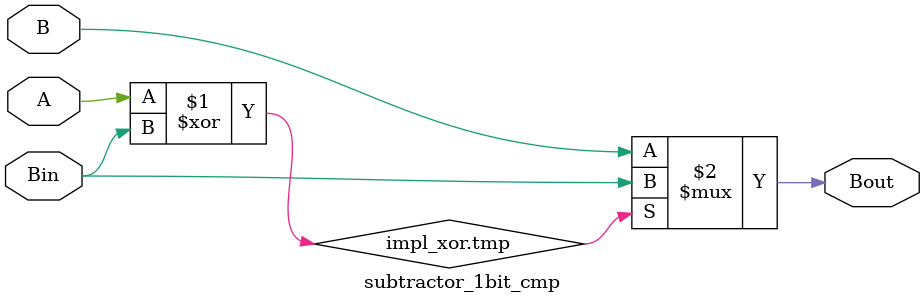
<source format=v>

module subtractor_1bit_cmp #(
    parameter IMPL_TYPE = 0
)(
    input A,
    input B,
    input Bin,
    output Bout
);

    generate
    if (IMPL_TYPE == 0) begin : impl_xor

        wire tmp;
        // XOR + MUX
        assign tmp = A ^ Bin;
        assign Bout = tmp ? Bin : B;

    end else if (IMPL_TYPE == 1) begin : impl_maj

        wire m1, nA;
        // MAJ + NOT
        assign nA = ~A;
        maj3 inst2 (.A(nA), .B(B), .C(Bin), .Y(m1));
        assign Bout = m1;

    end else begin : impl_unsupported
        initial begin
            $display("Unsupported implementation for subtractor_1bit_cmp: %d", IMPL_TYPE);
            $finish;
        end
    end
    endgenerate

endmodule

</source>
